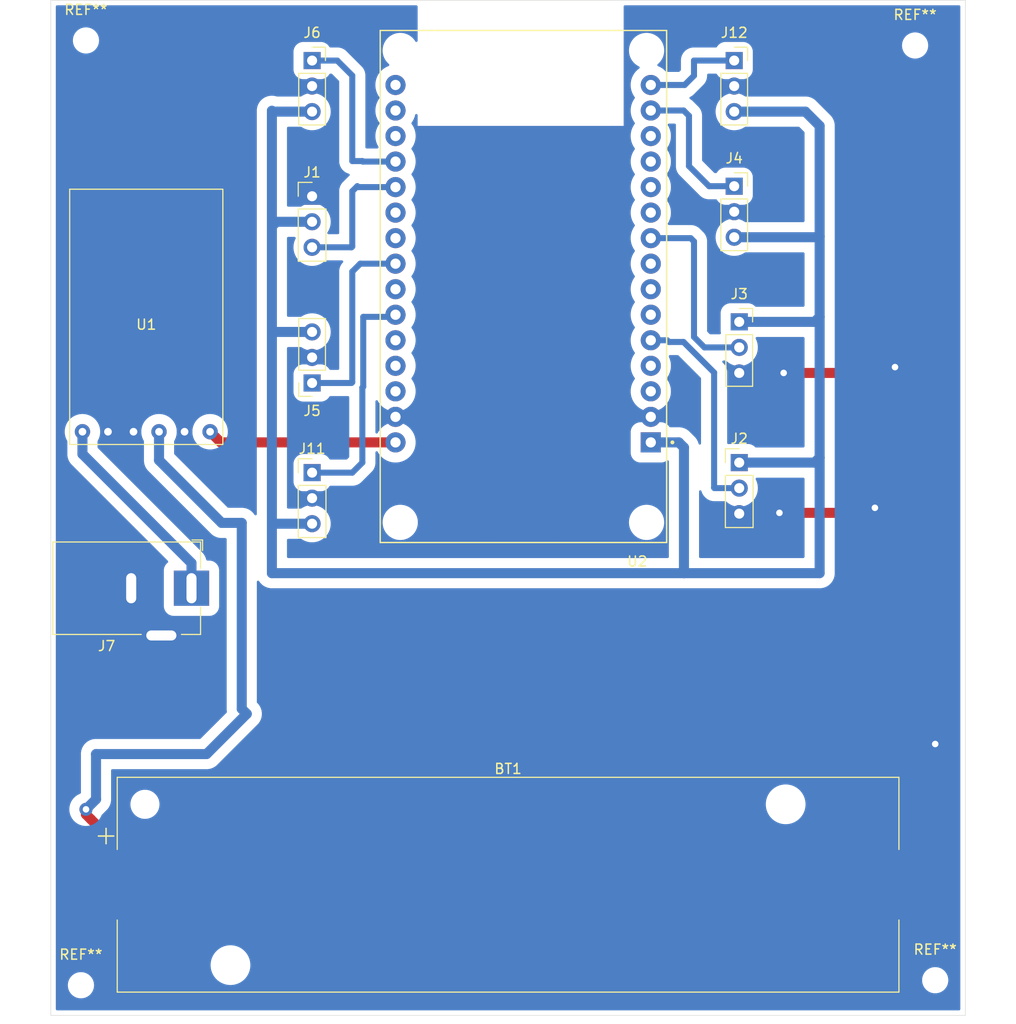
<source format=kicad_pcb>
(kicad_pcb (version 20241229) (generator "pcbnew") (generator_version "9.0")
  (layers (0 "F.Cu" signal) (2 "B.Cu" signal) (13 "F.Paste" user) (15 "B.Paste" user) (5 "F.SilkS" user "F.Silkscreen") (7 "B.SilkS" user "B.Silkscreen") (1 "F.Mask" user) (3 "B.Mask" user) (25 "Edge.Cuts" user))
  (net 0 "")
  (net 1 "GND")
  (net 2 "+BATT")
  (net 3 "+5V")
  (net 4 "/35")
  (net 5 "3.3v")
  (net 6 "/4")
  (net 7 "VDC")
  (net 8 "/18")
  (net 12 "/22")
  (net 14 "/25")
  (net 19 "/34")
  (net 22 "/27")
  (net 28 "/23")
  (footprint "Connector_PinSocket_2.54mm:PinSocket_1x03_P2.54mm_Vertical" (layer "F.Cu") (at 104 55.5)
    (property "Reference" "J6" (at 0 -2.77 0) (layer "F.SilkS"))
    (property "Value" "Modulo sensor fc28")
    (fp_line (start -1.33 1.27) (end -1.33 6.41) (stroke (width 0.12)) (layer "F.SilkS"))
    (fp_line (start -1.33 1.27) (end 1.33 1.27) (stroke (width 0.12)) (layer "F.SilkS"))
    (fp_line (start -1.33 6.41) (end 1.33 6.41) (stroke (width 0.12)) (layer "F.SilkS"))
    (fp_line (start 0 -1.33) (end 1.33 -1.33) (stroke (width 0.12)) (layer "F.SilkS"))
    (fp_line (start 1.33 -1.33) (end 1.33 0) (stroke (width 0.12)) (layer "F.SilkS"))
    (fp_line (start 1.33 1.27) (end 1.33 6.41) (stroke (width 0.12)) (layer "F.SilkS"))
    (pad "1" thru_hole rect (at 0 0) (size 1.7 1.7) (drill 1) (layers "*.Cu" "*.Mask") (net 19 "/34"))
    (pad "2" thru_hole circle (at 0 2.54) (size 1.7 1.7) (drill 1) (layers "*.Cu" "*.Mask") (net 1 "GND"))
    (pad "3" thru_hole circle (at 0 5.08) (size 1.7 1.7) (drill 1) (layers "*.Cu" "*.Mask") (net 5 "3.3v"))
  )
  (footprint "Connector_PinSocket_2.54mm:PinSocket_1x03_P2.54mm_Vertical" (layer "F.Cu") (at 146 68)
    (property "Reference" "J4" (at 0 -2.77 0) (layer "F.SilkS"))
    (property "Value" "Modulo LDR")
    (fp_line (start -1.33 1.27) (end -1.33 6.41) (stroke (width 0.12)) (layer "F.SilkS"))
    (fp_line (start -1.33 1.27) (end 1.33 1.27) (stroke (width 0.12)) (layer "F.SilkS"))
    (fp_line (start -1.33 6.41) (end 1.33 6.41) (stroke (width 0.12)) (layer "F.SilkS"))
    (fp_line (start 0 -1.33) (end 1.33 -1.33) (stroke (width 0.12)) (layer "F.SilkS"))
    (fp_line (start 1.33 -1.33) (end 1.33 0) (stroke (width 0.12)) (layer "F.SilkS"))
    (fp_line (start 1.33 1.27) (end 1.33 6.41) (stroke (width 0.12)) (layer "F.SilkS"))
    (pad "1" thru_hole rect (at 0 0) (size 1.7 1.7) (drill 1) (layers "*.Cu" "*.Mask") (net 12 "/22"))
    (pad "2" thru_hole circle (at 0 2.54) (size 1.7 1.7) (drill 1) (layers "*.Cu" "*.Mask") (net 1 "GND"))
    (pad "3" thru_hole circle (at 0 5.08) (size 1.7 1.7) (drill 1) (layers "*.Cu" "*.Mask") (net 5 "3.3v"))
  )
  (footprint "Battery:BatteryHolder_Keystone_1042_1x18650" (layer "F.Cu") (at 123.5 137.5)
    (property "Reference" "BT1" (at 0 -11.53 0) (layer "F.SilkS"))
    (property "Value" "Battery")
    (fp_line (start -38.89 -10.685) (end 38.89 -10.685) (stroke (width 0.12)) (layer "F.SilkS"))
    (fp_line (start -38.89 -3.51) (end -38.89 -10.685) (stroke (width 0.12)) (layer "F.SilkS"))
    (fp_line (start -38.89 10.685) (end -38.89 3.51) (stroke (width 0.12)) (layer "F.SilkS"))
    (fp_line (start 38.89 -10.685) (end 38.89 -3.51) (stroke (width 0.12)) (layer "F.SilkS"))
    (fp_line (start 38.89 3.51) (end 38.89 10.685) (stroke (width 0.12)) (layer "F.SilkS"))
    (fp_line (start 38.89 10.685) (end -38.89 10.685) (stroke (width 0.12)) (layer "F.SilkS"))
    (fp_text user "+" (at -40 -5 0) (layer "F.SilkS") (effects (font (size 2 2))))
    (pad "" np_thru_hole circle (at -36.13 -8) (size 2.39 2.39) (drill 2.39) (layers "*.Cu" "*.Mask"))
    (pad "" np_thru_hole circle (at -27.62 8) (size 3.45 3.45) (drill 3.45) (layers "*.Cu" "*.Mask"))
    (pad "" np_thru_hole circle (at 27.62 -8) (size 3.45 3.45) (drill 3.45) (layers "*.Cu" "*.Mask"))
    (pad "1" smd roundrect (at -39.69 0) (size 7.5 6.5) (layers "F.Cu" "F.Mask" "F.Paste") (roundrect_rratio 0.038462) (net 2 "+BATT"))
    (pad "2" smd roundrect (at 39.69 0) (size 7.5 6.5) (layers "F.Cu" "F.Mask" "F.Paste") (roundrect_rratio 0.038462) (net 1 "GND"))
  )
  (footprint "Connector_PinSocket_2.54mm:PinSocket_1x03_P2.54mm_Vertical" (layer "F.Cu") (at 146 55.5)
    (property "Reference" "J12" (at 0 -2.77 0) (layer "F.SilkS"))
    (property "Value" "Modulo Rele Humedad")
    (fp_line (start -1.33 1.27) (end -1.33 6.41) (stroke (width 0.12)) (layer "F.SilkS"))
    (fp_line (start -1.33 1.27) (end 1.33 1.27) (stroke (width 0.12)) (layer "F.SilkS"))
    (fp_line (start -1.33 6.41) (end 1.33 6.41) (stroke (width 0.12)) (layer "F.SilkS"))
    (fp_line (start 0 -1.33) (end 1.33 -1.33) (stroke (width 0.12)) (layer "F.SilkS"))
    (fp_line (start 1.33 -1.33) (end 1.33 0) (stroke (width 0.12)) (layer "F.SilkS"))
    (fp_line (start 1.33 1.27) (end 1.33 6.41) (stroke (width 0.12)) (layer "F.SilkS"))
    (pad "1" thru_hole rect (at 0 0) (size 1.7 1.7) (drill 1) (layers "*.Cu" "*.Mask") (net 28 "/23"))
    (pad "2" thru_hole circle (at 0 2.54) (size 1.7 1.7) (drill 1) (layers "*.Cu" "*.Mask") (net 1 "GND"))
    (pad "3" thru_hole circle (at 0 5.08) (size 1.7 1.7) (drill 1) (layers "*.Cu" "*.Mask") (net 5 "3.3v"))
  )
  (footprint "Connector_BarrelJack:BarrelJack_Horizontal" (layer "F.Cu") (at 92 108)
    (property "Reference" "J7" (at -8.45 5.75 0) (layer "F.SilkS"))
    (property "Value" "Barrel_Jack_Switch")
    (fp_line (start -13.8 -4.6) (end 0.9 -4.6) (stroke (width 0.12)) (layer "F.SilkS"))
    (fp_line (start -13.8 4.6) (end -13.8 -4.6) (stroke (width 0.12)) (layer "F.SilkS"))
    (fp_line (start -5 4.6) (end -13.8 4.6) (stroke (width 0.12)) (layer "F.SilkS"))
    (fp_line (start 0.05 -4.8) (end 1.1 -4.8) (stroke (width 0.12)) (layer "F.SilkS"))
    (fp_line (start 0.9 -4.6) (end 0.9 -2) (stroke (width 0.12)) (layer "F.SilkS"))
    (fp_line (start 0.9 1.9) (end 0.9 4.6) (stroke (width 0.12)) (layer "F.SilkS"))
    (fp_line (start 0.9 4.6) (end -1 4.6) (stroke (width 0.12)) (layer "F.SilkS"))
    (fp_line (start 1.1 -3.75) (end 1.1 -4.8) (stroke (width 0.12)) (layer "F.SilkS"))
    (pad "1" thru_hole rect (at 0 0) (size 3.5 3.5) (drill oval 1 3) (layers "*.Cu" "*.Mask") (net 7 "VDC"))
    (pad "2" thru_hole roundrect (at -6 0) (size 3 3.5) (drill oval 1 3) (layers "*.Cu" "*.Mask") (net 1 "GND"))
    (pad "3" thru_hole roundrect (at -3 4.7) (size 3.5 3.5) (drill oval 3 1) (layers "*.Cu" "*.Mask") (net 1 "GND"))
  )
  (footprint "Connector_PinHeader_2.54mm:PinHeader_1x03_P2.54mm_Vertical" (layer "F.Cu") (at 104 96.5)
    (property "Reference" "J11" (at 0 -2.38 0) (layer "F.SilkS"))
    (property "Value" "Modulo Relé DHT11")
    (fp_line (start -1.38 -1.38) (end 0 -1.38) (stroke (width 0.12)) (layer "F.SilkS"))
    (fp_line (start -1.38 0) (end -1.38 -1.38) (stroke (width 0.12)) (layer "F.SilkS"))
    (fp_line (start -1.38 1.27) (end -1.38 6.46) (stroke (width 0.12)) (layer "F.SilkS"))
    (fp_line (start -1.38 1.27) (end 1.38 1.27) (stroke (width 0.12)) (layer "F.SilkS"))
    (fp_line (start -1.38 6.46) (end 1.38 6.46) (stroke (width 0.12)) (layer "F.SilkS"))
    (fp_line (start 1.38 1.27) (end 1.38 6.46) (stroke (width 0.12)) (layer "F.SilkS"))
    (pad "1" thru_hole rect (at 0 0) (size 1.7 1.7) (drill 1) (layers "*.Cu" "*.Mask") (net 22 "/27"))
    (pad "2" thru_hole circle (at 0 2.54) (size 1.7 1.7) (drill 1) (layers "*.Cu" "*.Mask") (net 1 "GND"))
    (pad "3" thru_hole circle (at 0 5.08) (size 1.7 1.7) (drill 1) (layers "*.Cu" "*.Mask") (net 5 "3.3v"))
  )
  (footprint "MountingHole:MountingHole_2.1mm" (layer "F.Cu") (at 81.5 53.5)
    (property "Reference" "REF**" (at 0 -3.05 0) (layer "F.SilkS"))
    (property "Value" "MountingHole_2.1mm")
    (pad "" np_thru_hole circle (at 0 0) (size 2.1 2.1) (drill 2.1) (layers "*.Cu" "*.Mask"))
  )
  (footprint "Connector_PinHeader_2.54mm:PinHeader_1x03_P2.54mm_Vertical" (layer "F.Cu") (at 104 69)
    (property "Reference" "J1" (at 0 -2.38 0) (layer "F.SilkS"))
    (property "Value" "Sensor nivel de agua")
    (fp_line (start -1.38 -1.38) (end 0 -1.38) (stroke (width 0.12)) (layer "F.SilkS"))
    (fp_line (start -1.38 0) (end -1.38 -1.38) (stroke (width 0.12)) (layer "F.SilkS"))
    (fp_line (start -1.38 1.27) (end -1.38 6.46) (stroke (width 0.12)) (layer "F.SilkS"))
    (fp_line (start -1.38 1.27) (end 1.38 1.27) (stroke (width 0.12)) (layer "F.SilkS"))
    (fp_line (start -1.38 6.46) (end 1.38 6.46) (stroke (width 0.12)) (layer "F.SilkS"))
    (fp_line (start 1.38 1.27) (end 1.38 6.46) (stroke (width 0.12)) (layer "F.SilkS"))
    (pad "1" thru_hole rect (at 0 0) (size 1.7 1.7) (drill 1) (layers "*.Cu" "*.Mask") (net 1 "GND"))
    (pad "2" thru_hole circle (at 0 2.54) (size 1.7 1.7) (drill 1) (layers "*.Cu" "*.Mask") (net 5 "3.3v"))
    (pad "3" thru_hole circle (at 0 5.08) (size 1.7 1.7) (drill 1) (layers "*.Cu" "*.Mask") (net 4 "/35"))
  )
  (footprint "ESP32-DEVKIT-V1:mh-cd42" (layer "F.Cu") (at 87.5 81)
    (property "Reference" "U1" (at 0 0.77 0) (layer "F.SilkS"))
    (property "Value" "mh-cd42")
    (fp_rect (start -7.62 -12.7) (end 7.62 12.7) (stroke (width 0.12)) (fill no) (layer "F.SilkS"))
    (pad "1" thru_hole circle (at -6.35 11.43) (size 1.524 1.524) (drill 0.762) (layers "*.Cu" "*.Mask") (net 7 "VDC"))
    (pad "2" thru_hole circle (at -3.81 11.43) (size 1.524 1.524) (drill 0.762) (layers "*.Cu" "*.Mask") (net 1 "GND"))
    (pad "3" thru_hole circle (at -1.27 11.43) (size 1.524 1.524) (drill 0.762) (layers "*.Cu" "*.Mask") (net 1 "GND"))
    (pad "4" thru_hole circle (at 1.27 11.43) (size 1.524 1.524) (drill 0.762) (layers "*.Cu" "*.Mask") (net 2 "+BATT"))
    (pad "5" thru_hole circle (at 3.81 11.43) (size 1.524 1.524) (drill 0.762) (layers "*.Cu" "*.Mask") (net 1 "GND"))
    (pad "6" thru_hole circle (at 6.35 11.43) (size 1.524 1.524) (drill 0.762) (layers "*.Cu" "*.Mask") (net 3 "+5V"))
  )
  (footprint "Connector_PinSocket_2.54mm:PinSocket_1x03_P2.54mm_Vertical" (layer "F.Cu") (at 146.5 81.5)
    (property "Reference" "J3" (at 0 -2.77 0) (layer "F.SilkS"))
    (property "Value" "Modulo Buzzer")
    (fp_line (start -1.33 1.27) (end -1.33 6.41) (stroke (width 0.12)) (layer "F.SilkS"))
    (fp_line (start -1.33 1.27) (end 1.33 1.27) (stroke (width 0.12)) (layer "F.SilkS"))
    (fp_line (start -1.33 6.41) (end 1.33 6.41) (stroke (width 0.12)) (layer "F.SilkS"))
    (fp_line (start 0 -1.33) (end 1.33 -1.33) (stroke (width 0.12)) (layer "F.SilkS"))
    (fp_line (start 1.33 -1.33) (end 1.33 0) (stroke (width 0.12)) (layer "F.SilkS"))
    (fp_line (start 1.33 1.27) (end 1.33 6.41) (stroke (width 0.12)) (layer "F.SilkS"))
    (pad "1" thru_hole rect (at 0 0) (size 1.7 1.7) (drill 1) (layers "*.Cu" "*.Mask") (net 5 "3.3v"))
    (pad "2" thru_hole circle (at 0 2.54) (size 1.7 1.7) (drill 1) (layers "*.Cu" "*.Mask") (net 8 "/18"))
    (pad "3" thru_hole circle (at 0 5.08) (size 1.7 1.7) (drill 1) (layers "*.Cu" "*.Mask") (net 1 "GND"))
  )
  (footprint "Connector_PinHeader_2.54mm:PinHeader_1x03_P2.54mm_Vertical" (layer "F.Cu") (at 146.5 95.5)
    (property "Reference" "J2" (at 0 -2.38 0) (layer "F.SilkS"))
    (property "Value" "Sensor DHT11")
    (fp_line (start -1.38 -1.38) (end 0 -1.38) (stroke (width 0.12)) (layer "F.SilkS"))
    (fp_line (start -1.38 0) (end -1.38 -1.38) (stroke (width 0.12)) (layer "F.SilkS"))
    (fp_line (start -1.38 1.27) (end -1.38 6.46) (stroke (width 0.12)) (layer "F.SilkS"))
    (fp_line (start -1.38 1.27) (end 1.38 1.27) (stroke (width 0.12)) (layer "F.SilkS"))
    (fp_line (start -1.38 6.46) (end 1.38 6.46) (stroke (width 0.12)) (layer "F.SilkS"))
    (fp_line (start 1.38 1.27) (end 1.38 6.46) (stroke (width 0.12)) (layer "F.SilkS"))
    (pad "1" thru_hole rect (at 0 0) (size 1.7 1.7) (drill 1) (layers "*.Cu" "*.Mask") (net 5 "3.3v"))
    (pad "2" thru_hole circle (at 0 2.54) (size 1.7 1.7) (drill 1) (layers "*.Cu" "*.Mask") (net 6 "/4"))
    (pad "3" thru_hole circle (at 0 5.08) (size 1.7 1.7) (drill 1) (layers "*.Cu" "*.Mask") (net 1 "GND"))
  )
  (footprint "MountingHole:MountingHole_2.1mm" (layer "F.Cu") (at 164 54)
    (property "Reference" "REF**" (at 0 -3.05 0) (layer "F.SilkS"))
    (property "Value" "MountingHole_2.1mm")
    (pad "" np_thru_hole circle (at 0 0) (size 2.1 2.1) (drill 2.1) (layers "*.Cu" "*.Mask"))
  )
  (footprint "Connector_PinSocket_2.54mm:PinSocket_1x03_P2.54mm_Vertical" (layer "F.Cu") (at 104 87.58 180)
    (property "Reference" "J5" (at 0 -2.77 0) (layer "F.SilkS"))
    (property "Value" "Modulo Rele LDR")
    (fp_line (start 1.33 1.27) (end 1.33 6.41) (stroke (width 0.12)) (layer "F.SilkS"))
    (fp_line (start 1.33 -1.33) (end 1.33 0) (stroke (width 0.12)) (layer "F.SilkS"))
    (fp_line (start 0 -1.33) (end 1.33 -1.33) (stroke (width 0.12)) (layer "F.SilkS"))
    (fp_line (start -1.33 6.41) (end 1.33 6.41) (stroke (width 0.12)) (layer "F.SilkS"))
    (fp_line (start -1.33 1.27) (end 1.33 1.27) (stroke (width 0.12)) (layer "F.SilkS"))
    (fp_line (start -1.33 1.27) (end -1.33 6.41) (stroke (width 0.12)) (layer "F.SilkS"))
    (pad "1" thru_hole rect (at 0 0 180) (size 1.7 1.7) (drill 1) (layers "*.Cu" "*.Mask") (net 14 "/25"))
    (pad "2" thru_hole circle (at 0 2.54 180) (size 1.7 1.7) (drill 1) (layers "*.Cu" "*.Mask") (net 1 "GND"))
    (pad "3" thru_hole circle (at 0 5.08 180) (size 1.7 1.7) (drill 1) (layers "*.Cu" "*.Mask") (net 5 "3.3v"))
  )
  (footprint "MountingHole:MountingHole_2.1mm" (layer "F.Cu") (at 81 147.5)
    (property "Reference" "REF**" (at 0 -3.05 0) (layer "F.SilkS"))
    (property "Value" "MountingHole_2.1mm")
    (pad "" np_thru_hole circle (at 0 0) (size 2.1 2.1) (drill 2.1) (layers "*.Cu" "*.Mask"))
  )
  (footprint "MountingHole:MountingHole_2.1mm" (layer "F.Cu") (at 166 147)
    (property "Reference" "REF**" (at 0 -3.05 0) (layer "F.SilkS"))
    (property "Value" "MountingHole_2.1mm")
    (pad "" np_thru_hole circle (at 0 0) (size 2.1 2.1) (drill 2.1) (layers "*.Cu" "*.Mask"))
  )
  (footprint "ESP32-DEVKIT-V1:MODULE_ESP32_DEVKIT_V1" (layer "F.Cu") (at 125 77.975 180)
    (property "Reference" "U2" (at -11.355 -27.36 0) (layer "F.SilkS"))
    (property "Value" "ESP32-DEVKIT-V1")
    (fp_line (start 14.23 25.475) (end -14.28 25.475) (stroke (width 0.127)) (layer "F.SilkS"))
    (fp_line (start 14.23 -25.475) (end 14.23 25.475) (stroke (width 0.127)) (layer "F.SilkS"))
    (fp_line (start 14.23 -25.475) (end 14.23 25.475) (stroke (width 0.127)) (layer "F.SilkS"))
    (fp_line (start 8.78 25.475) (end 14.23 25.475) (stroke (width 0.127)) (layer "F.SilkS"))
    (fp_line (start 3.5 -25.475) (end 14.23 -25.475) (stroke (width 0.127)) (layer "F.SilkS"))
    (fp_line (start -3.211 -25.475) (end 3.5 -25.475) (stroke (width 0.127)) (layer "F.SilkS"))
    (fp_line (start -8.91 25.475) (end 8.78 25.475) (stroke (width 0.127)) (layer "F.SilkS"))
    (fp_line (start -14.28 25.475) (end -8.91 25.475) (stroke (width 0.127)) (layer "F.SilkS"))
    (fp_line (start -14.28 25.475) (end -14.28 -25.475) (stroke (width 0.127)) (layer "F.SilkS"))
    (fp_line (start -14.28 25.475) (end -14.28 -25.475) (stroke (width 0.127)) (layer "F.SilkS"))
    (fp_line (start -14.28 -25.475) (end 14.23 -25.475) (stroke (width 0.127)) (layer "F.SilkS"))
    (fp_line (start -14.28 -25.475) (end -3.211 -25.475) (stroke (width 0.127)) (layer "F.SilkS"))
    (fp_circle (center -14.85 -15.515) (end -14.75 -15.515) (stroke (width 0.2)) (fill no) (layer "F.SilkS"))
    (pad "" np_thru_hole circle (at -12.28 -23.475 180) (size 3 3) (drill 3) (layers "*.Cu" "*.Mask"))
    (pad "" np_thru_hole circle (at -12.28 23.475 180) (size 3 3) (drill 3) (layers "*.Cu" "*.Mask"))
    (pad "" np_thru_hole circle (at 12.23 -23.475 180) (size 3 3) (drill 3) (layers "*.Cu" "*.Mask"))
    (pad "" np_thru_hole circle (at 12.23 23.475 180) (size 3 3) (drill 3) (layers "*.Cu" "*.Mask"))
    (pad "1" thru_hole rect (at -12.7 -15.515 180) (size 2 2) (drill 1.02) (layers "*.Cu" "*.Mask") (net 5 "3.3v"))
    (pad "2" thru_hole circle (at -12.7 -12.975 180) (size 2 2) (drill 1.02) (layers "*.Cu" "*.Mask") (net 1 "GND"))
    (pad "3" thru_hole circle (at -12.7 -10.435 180) (size 2 2) (drill 1.02) (layers "*.Cu" "*.Mask"))
    (pad "4" thru_hole circle (at -12.7 -7.895 180) (size 2 2) (drill 1.02) (layers "*.Cu" "*.Mask"))
    (pad "5" thru_hole circle (at -12.7 -5.355 180) (size 2 2) (drill 1.02) (layers "*.Cu" "*.Mask") (net 6 "/4"))
    (pad "6" thru_hole circle (at -12.7 -2.815 180) (size 2 2) (drill 1.02) (layers "*.Cu" "*.Mask"))
    (pad "7" thru_hole circle (at -12.7 -0.275 180) (size 2 2) (drill 1.02) (layers "*.Cu" "*.Mask"))
    (pad "8" thru_hole circle (at -12.7 2.265 180) (size 2 2) (drill 1.02) (layers "*.Cu" "*.Mask"))
    (pad "9" thru_hole circle (at -12.7 4.805 180) (size 2 2) (drill 1.02) (layers "*.Cu" "*.Mask") (net 8 "/18"))
    (pad "10" thru_hole circle (at -12.7 7.345 180) (size 2 2) (drill 1.02) (layers "*.Cu" "*.Mask"))
    (pad "11" thru_hole circle (at -12.7 9.885 180) (size 2 2) (drill 1.02) (layers "*.Cu" "*.Mask"))
    (pad "12" thru_hole circle (at -12.7 12.425 180) (size 2 2) (drill 1.02) (layers "*.Cu" "*.Mask"))
    (pad "13" thru_hole circle (at -12.7 14.965 180) (size 2 2) (drill 1.02) (layers "*.Cu" "*.Mask"))
    (pad "14" thru_hole circle (at -12.7 17.505 180) (size 2 2) (drill 1.02) (layers "*.Cu" "*.Mask") (net 12 "/22"))
    (pad "15" thru_hole circle (at -12.7 20.045 180) (size 2 2) (drill 1.02) (layers "*.Cu" "*.Mask") (net 28 "/23"))
    (pad "16" thru_hole circle (at 12.7 20.045 180) (size 2 2) (drill 1.02) (layers "*.Cu" "*.Mask"))
    (pad "17" thru_hole circle (at 12.7 17.505 180) (size 2 2) (drill 1.02) (layers "*.Cu" "*.Mask"))
    (pad "18" thru_hole circle (at 12.7 14.965 180) (size 2 2) (drill 1.02) (layers "*.Cu" "*.Mask"))
    (pad "19" thru_hole circle (at 12.7 12.425 180) (size 2 2) (drill 1.02) (layers "*.Cu" "*.Mask") (net 19 "/34"))
    (pad "20" thru_hole circle (at 12.7 9.885 180) (size 2 2) (drill 1.02) (layers "*.Cu" "*.Mask") (net 4 "/35"))
    (pad "21" thru_hole circle (at 12.7 7.345 180) (size 2 2) (drill 1.02) (layers "*.Cu" "*.Mask"))
    (pad "22" thru_hole circle (at 12.7 4.805 180) (size 2 2) (drill 1.02) (layers "*.Cu" "*.Mask"))
    (pad "23" thru_hole circle (at 12.7 2.265 180) (size 2 2) (drill 1.02) (layers "*.Cu" "*.Mask") (net 14 "/25"))
    (pad "24" thru_hole circle (at 12.7 -0.275 180) (size 2 2) (drill 1.02) (layers "*.Cu" "*.Mask"))
    (pad "25" thru_hole circle (at 12.7 -2.815 180) (size 2 2) (drill 1.02) (layers "*.Cu" "*.Mask") (net 22 "/27"))
    (pad "26" thru_hole circle (at 12.7 -5.355 180) (size 2 2) (drill 1.02) (layers "*.Cu" "*.Mask"))
    (pad "27" thru_hole circle (at 12.7 -7.895 180) (size 2 2) (drill 1.02) (layers "*.Cu" "*.Mask"))
    (pad "28" thru_hole circle (at 12.7 -10.435 180) (size 2 2) (drill 1.02) (layers "*.Cu" "*.Mask"))
    (pad "29" thru_hole circle (at 12.7 -12.975 180) (size 2 2) (drill 1.02) (layers "*.Cu" "*.Mask") (net 1 "GND"))
    (pad "30" thru_hole circle (at 12.7 -15.515 180) (size 2 2) (drill 1.02) (layers "*.Cu" "*.Mask") (net 3 "+5V"))
    (zone (net 0) (net_name "") (layer "B.Cu") (connect_pads (clearance 0)) (min_thickness 0.01)
      (keepout (tracks not_allowed) (vias not_allowed) (pads not_allowed) (copperpour not_allowed) (footprints allowed))
      (fill (thermal_gap 0.508) (thermal_bridge_width 0.508))
      (polygon (pts (xy 133.91 58.99) (xy 116.22 58.99) (xy 116.22 52.5) (xy 133.91 52.5)))
    )
  )
  (gr_rect (start 78 49.5) (end 169 150.5) (stroke (width 0.05)) (fill no) (layer "Edge.Cuts"))
  (segment (start 163.19 134.81) (end 166 132) (width 1) (layer "F.Cu") (net 1))
  (segment (start 166 132) (end 166 123.5) (width 1) (layer "F.Cu") (net 1))
  (segment (start 161.42 86.58) (end 162 86) (width 1) (layer "F.Cu") (net 1))
  (segment (start 150.92 86.58) (end 161.42 86.58) (width 1) (layer "F.Cu") (net 1))
  (segment (start 163.19 137.5) (end 163.19 134.81) (width 1) (layer "F.Cu") (net 1))
  (segment (start 159.5 100.5) (end 160 100) (width 1) (layer "F.Cu") (net 1))
  (segment (start 150.5 100.5) (end 159.5 100.5) (width 1) (layer "F.Cu") (net 1))
  (via (at 160 100) (size 1.3) (drill 0.65) (layers "F.Cu" "B.Cu") (net 1))
  (via (at 150.5 100.5) (size 1.3) (drill 0.65) (layers "F.Cu" "B.Cu") (net 1))
  (via (at 166 123.5) (size 1.3) (drill 0.65) (layers "F.Cu" "B.Cu") (net 1))
  (via (at 150.92 86.58) (size 1.3) (drill 0.65) (layers "F.Cu" "B.Cu") (net 1))
  (via (at 162 86) (size 1.3) (drill 0.65) (layers "F.Cu" "B.Cu") (net 1))
  (segment (start 146.5 100.58) (end 150.42 100.58) (width 1) (layer "B.Cu") (net 1))
  (segment (start 146.5 86.58) (end 150.92 86.58) (width 1) (layer "B.Cu") (net 1))
  (segment (start 150.42 100.58) (end 150.5 100.5) (width 1) (layer "B.Cu") (net 1))
  (segment (start 151 86.5) (end 150.92 86.58) (width 1) (layer "B.Cu") (net 1))
  (segment (start 83.81 132.81) (end 82 131) (width 1) (layer "F.Cu") (net 2))
  (segment (start 83.81 137.5) (end 83.81 132.81) (width 1) (layer "F.Cu") (net 2))
  (segment (start 82 131) (end 81.5 130.5) (width 1) (layer "F.Cu") (net 2))
  (segment (start 81.5 130.5) (end 81.5 130) (width 1) (layer "F.Cu") (net 2))
  (via (at 81.5 130) (size 1.3) (drill 0.65) (layers "F.Cu" "B.Cu") (net 2))
  (segment (start 88.77 92.43) (end 88.77 95.27) (width 1) (layer "B.Cu") (net 2))
  (segment (start 95 101.5) (end 97 101.5) (width 1) (layer "B.Cu") (net 2))
  (segment (start 88.77 95.27) (end 95 101.5) (width 1) (layer "B.Cu") (net 2))
  (segment (start 97 120) (end 97.5 120.5) (width 1) (layer "B.Cu") (net 2))
  (segment (start 97 101.5) (end 97 120) (width 1) (layer "B.Cu") (net 2))
  (segment (start 82.5 129) (end 81.5 130) (width 1) (layer "B.Cu") (net 2))
  (segment (start 93.5 124.5) (end 82.5 124.5) (width 1) (layer "B.Cu") (net 2))
  (segment (start 97.5 120.5) (end 93.5 124.5) (width 1) (layer "B.Cu") (net 2))
  (segment (start 82.5 124.5) (end 82.5 129) (width 1) (layer "B.Cu") (net 2))
  (segment (start 93.85 92.43) (end 94.91 93.49) (width 1) (layer "F.Cu") (net 3))
  (segment (start 94.91 93.49) (end 112.3 93.49) (width 1) (layer "F.Cu") (net 3))
  (segment (start 108 74) (end 108 68.5) (width 0.6) (layer "B.Cu") (net 4))
  (segment (start 108.5 68) (end 108.59 68.09) (width 0.6) (layer "B.Cu") (net 4))
  (segment (start 104 74.08) (end 107.92 74.08) (width 0.6) (layer "B.Cu") (net 4))
  (segment (start 107.92 74.08) (end 108 74) (width 0.6) (layer "B.Cu") (net 4))
  (segment (start 108 68.5) (end 108.5 68) (width 0.6) (layer "B.Cu") (net 4))
  (segment (start 108.59 68.09) (end 112.3 68.09) (width 0.6) (layer "B.Cu") (net 4))
  (segment (start 100 60.5) (end 100 72) (width 1) (layer "B.Cu") (net 5))
  (segment (start 141 94) (end 140.49 93.49) (width 1) (layer "B.Cu") (net 5))
  (segment (start 154.5 81) (end 154.5 95) (width 1) (layer "B.Cu") (net 5))
  (segment (start 104 60.58) (end 100.08 60.58) (width 1) (layer "B.Cu") (net 5))
  (segment (start 154.5 73) (end 154.5 81) (width 1) (layer "B.Cu") (net 5))
  (segment (start 140.49 93.49) (end 137.7 93.49) (width 1) (layer "B.Cu") (net 5))
  (segment (start 100.08 101.58) (end 100 101.5) (width 1) (layer "B.Cu") (net 5))
  (segment (start 104 101.58) (end 100.08 101.58) (width 1) (layer "B.Cu") (net 5))
  (segment (start 153.08 60.58) (end 154.5 62) (width 1) (layer "B.Cu") (net 5))
  (segment (start 100 82.5) (end 100 101.5) (width 1) (layer "B.Cu") (net 5))
  (segment (start 100 72) (end 100 82.5) (width 1) (layer "B.Cu") (net 5))
  (segment (start 146 60.58) (end 153.08 60.58) (width 1) (layer "B.Cu") (net 5))
  (segment (start 100.46 71.54) (end 100 72) (width 1) (layer "B.Cu") (net 5))
  (segment (start 154.5 106.5) (end 141 106.5) (width 1) (layer "B.Cu") (net 5))
  (segment (start 154.5 62) (end 154.5 73) (width 1) (layer "B.Cu") (net 5))
  (segment (start 146.5 95.5) (end 154 95.5) (width 1) (layer "B.Cu") (net 5))
  (segment (start 141 106.5) (end 141 94) (width 1) (layer "B.Cu") (net 5))
  (segment (start 104 82.5) (end 100 82.5) (width 1) (layer "B.Cu") (net 5))
  (segment (start 146 73.08) (end 154.42 73.08) (width 1) (layer "B.Cu") (net 5))
  (segment (start 146.5 81.5) (end 154 81.5) (width 1) (layer "B.Cu") (net 5))
  (segment (start 104 71.54) (end 100.46 71.54) (width 1) (layer "B.Cu") (net 5))
  (segment (start 154 81.5) (end 154.5 81) (width 1) (layer "B.Cu") (net 5))
  (segment (start 154.5 95) (end 154.5 106.5) (width 1) (layer "B.Cu") (net 5))
  (segment (start 154.42 73.08) (end 154.5 73) (width 1) (layer "B.Cu") (net 5))
  (segment (start 100 101.5) (end 100 106.5) (width 1) (layer "B.Cu") (net 5))
  (segment (start 100.08 60.58) (end 100 60.5) (width 1) (layer "B.Cu") (net 5))
  (segment (start 100 106.5) (end 141 106.5) (width 1) (layer "B.Cu") (net 5))
  (segment (start 154 95.5) (end 154.5 95) (width 1) (layer "B.Cu") (net 5))
  (segment (start 139.5 83.5) (end 139.33 83.33) (width 0.6) (layer "B.Cu") (net 6))
  (segment (start 139.33 83.33) (end 137.7 83.33) (width 0.6) (layer "B.Cu") (net 6))
  (segment (start 140.957094 83.5) (end 139.5 83.5) (width 0.6) (layer "B.Cu") (net 6))
  (segment (start 144 98) (end 144 86.542906) (width 0.6) (layer "B.Cu") (net 6))
  (segment (start 146.5 98.04) (end 144.04 98.04) (width 0.6) (layer "B.Cu") (net 6))
  (segment (start 144 86.542906) (end 140.957094 83.5) (width 0.6) (layer "B.Cu") (net 6))
  (segment (start 144.04 98.04) (end 144 98) (width 0.6) (layer "B.Cu") (net 6))
  (segment (start 81.15 92.43) (end 81.15 94.65) (width 1) (layer "B.Cu") (net 7))
  (segment (start 92.9575 108.5425) (end 93 108.5) (width 1) (layer "B.Cu") (net 7))
  (segment (start 81.15 94.65) (end 92 105.5) (width 1) (layer "B.Cu") (net 7))
  (segment (start 92 105.5) (end 92 108) (width 1) (layer "B.Cu") (net 7))
  (segment (start 142 73.5) (end 141.67 73.17) (width 0.6) (layer "B.Cu") (net 8))
  (segment (start 143.04 84.04) (end 142 83) (width 0.6) (layer "B.Cu") (net 8))
  (segment (start 142 83) (end 142 73.5) (width 0.6) (layer "B.Cu") (net 8))
  (segment (start 146.5 84.04) (end 143.04 84.04) (width 0.6) (layer "B.Cu") (net 8))
  (segment (start 141.67 73.17) (end 137.7 73.17) (width 0.6) (layer "B.Cu") (net 8))
  (segment (start 143.5 68) (end 146 68) (width 0.6) (layer "B.Cu") (net 12))
  (segment (start 140.97 60.47) (end 141.5 61) (width 0.6) (layer "B.Cu") (net 12))
  (segment (start 141.5 66) (end 143.5 68) (width 0.6) (layer "B.Cu") (net 12))
  (segment (start 137.7 60.47) (end 140.97 60.47) (width 0.6) (layer "B.Cu") (net 12))
  (segment (start 141.5 61) (end 141.5 66) (width 0.6) (layer "B.Cu") (net 12))
  (segment (start 107.92 87.58) (end 108 87.5) (width 0.6) (layer "B.Cu") (net 14))
  (segment (start 108 87.5) (end 108 76.5) (width 0.6) (layer "B.Cu") (net 14))
  (segment (start 104 87.58) (end 107.92 87.58) (width 0.6) (layer "B.Cu") (net 14))
  (segment (start 108 76.5) (end 108.79 75.71) (width 0.6) (layer "B.Cu") (net 14))
  (segment (start 108.79 75.71) (end 112.3 75.71) (width 0.6) (layer "B.Cu") (net 14))
  (segment (start 108 57) (end 108 65.5) (width 0.6) (layer "B.Cu") (net 19))
  (segment (start 109.05 65.55) (end 112.3 65.55) (width 0.6) (layer "B.Cu") (net 19))
  (segment (start 104 55.5) (end 106.5 55.5) (width 0.6) (layer "B.Cu") (net 19))
  (segment (start 109 65.5) (end 109.05 65.55) (width 0.6) (layer "B.Cu") (net 19))
  (segment (start 106.5 55.5) (end 108 57) (width 0.6) (layer "B.Cu") (net 19))
  (segment (start 108 65.5) (end 109 65.5) (width 0.6) (layer "B.Cu") (net 19))
  (segment (start 108 96.5) (end 109 95.5) (width 0.6) (layer "B.Cu") (net 22))
  (segment (start 109.091 81) (end 112.09 81) (width 0.6) (layer "B.Cu") (net 22))
  (segment (start 109 95.5) (end 109 88.042907) (width 0.6) (layer "B.Cu") (net 22))
  (segment (start 109 88.042907) (end 109.091 87.951906) (width 0.6) (layer "B.Cu") (net 22))
  (segment (start 109.091 87.951906) (end 109.091 81) (width 0.6) (layer "B.Cu") (net 22))
  (segment (start 112.09 81) (end 112.3 80.79) (width 0.6) (layer "B.Cu") (net 22))
  (segment (start 104 96.5) (end 108 96.5) (width 0.6) (layer "B.Cu") (net 22))
  (segment (start 141.07 57.93) (end 142 57) (width 0.6) (layer "B.Cu") (net 28))
  (segment (start 142 57) (end 142 55.5) (width 0.6) (layer "B.Cu") (net 28))
  (segment (start 142 55.5) (end 146 55.5) (width 0.6) (layer "B.Cu") (net 28))
  (segment (start 137.7 57.93) (end 141.07 57.93) (width 0.6) (layer "B.Cu") (net 28))
  (zone (net 1) (net_name "GND") (layer "B.Cu") (connect_pads yes (clearance 1)) (min_thickness 0.25) (fill yes (thermal_gap 0.5) (thermal_bridge_width 0.5))
    (polygon (pts (xy 78 49.5) (xy 78 150.5) (xy 169 150.5) (xy 169 49.5) (xy 135 49.5) (xy 135 62) (xy 114.5 62) (xy 114.5 49.5)))
  )
)
</source>
